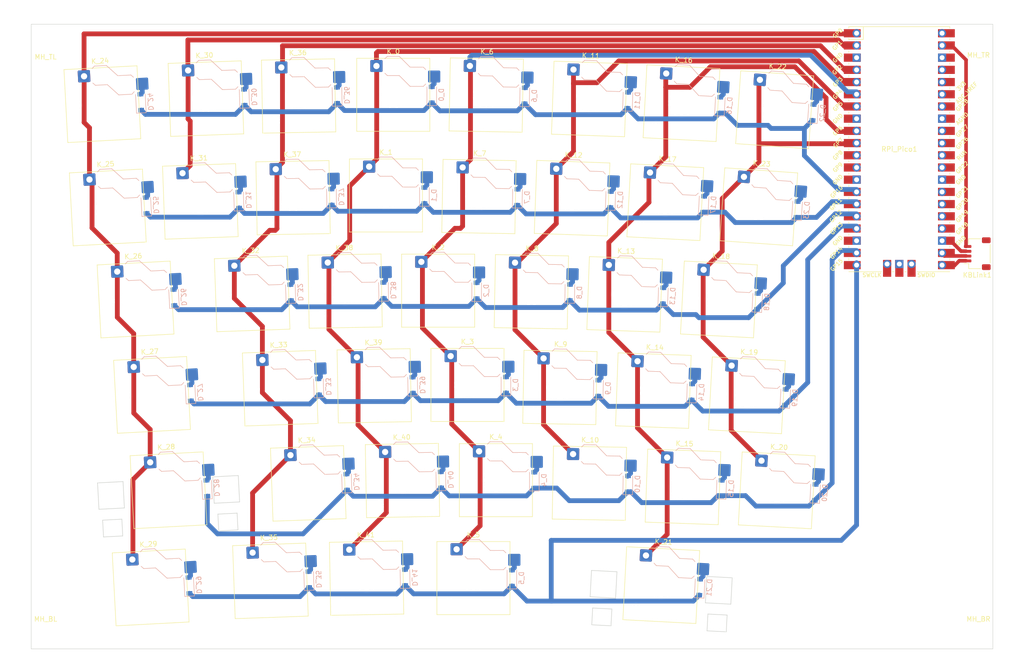
<source format=kicad_pcb>
(kicad_pcb (version 20211014) (generator pcbnew)
  (title_block (comment 4 "PCBWay Project ID: 2c17a2c4-37ac-4ee8-b9fd-fc95d36cf6c5"))
  (layers (0 "F.Cu" signal) (31 "B.Cu" signal) (34 "B.Paste" user) (35 "F.Paste" user) (36 "B.SilkS" user "B.Silkscreen") (37 "F.SilkS" user "F.Silkscreen") (38 "B.Mask" user) (39 "F.Mask" user) (44 "Edge.Cuts" user))
  (net 0 "")
  (net 1 "col0")
  (net 2 "col1")
  (net 3 "col2")
  (net 4 "col3")
  (net 5 "col4")
  (net 6 "col5")
  (net 7 "col6")
  (net 8 "col7")
  (net 9 "row0")
  (net 10 "row1")
  (net 11 "row2")
  (net 12 "row3")
  (net 13 "row4")
  (net 14 "row5")
  (net 15 "Net-(D_24-Pad2)")
  (net 16 "Net-(D_30-Pad2)")
  (net 17 "Net-(D_36-Pad2)")
  (net 18 "Net-(D_0-Pad2)")
  (net 19 "Net-(D_6-Pad2)")
  (net 20 "Net-(D_11-Pad2)")
  (net 21 "Net-(D_16-Pad2)")
  (net 22 "Net-(D_22-Pad2)")
  (net 23 "Net-(D_25-Pad2)")
  (net 24 "Net-(D_31-Pad2)")
  (net 25 "Net-(D_37-Pad2)")
  (net 26 "Net-(D_1-Pad2)")
  (net 27 "Net-(D_7-Pad2)")
  (net 28 "Net-(D_12-Pad2)")
  (net 29 "Net-(D_17-Pad2)")
  (net 30 "Net-(D_23-Pad2)")
  (net 31 "Net-(D_26-Pad2)")
  (net 32 "Net-(D_32-Pad2)")
  (net 33 "Net-(D_38-Pad2)")
  (net 34 "Net-(D_2-Pad2)")
  (net 35 "Net-(D_8-Pad2)")
  (net 36 "Net-(D_13-Pad2)")
  (net 37 "Net-(D_18-Pad2)")
  (net 38 "Net-(D_27-Pad2)")
  (net 39 "Net-(D_33-Pad2)")
  (net 40 "Net-(D_39-Pad2)")
  (net 41 "Net-(D_3-Pad2)")
  (net 42 "Net-(D_9-Pad2)")
  (net 43 "Net-(D_14-Pad2)")
  (net 44 "Net-(D_19-Pad2)")
  (net 45 "Net-(D_28-Pad2)")
  (net 46 "Net-(D_34-Pad2)")
  (net 47 "Net-(D_40-Pad2)")
  (net 48 "Net-(D_4-Pad2)")
  (net 49 "Net-(D_10-Pad2)")
  (net 50 "Net-(D_15-Pad2)")
  (net 51 "Net-(D_20-Pad2)")
  (net 52 "Net-(D_29-Pad2)")
  (net 53 "Net-(D_35-Pad2)")
  (net 54 "Net-(D_41-Pad2)")
  (net 55 "Net-(D_5-Pad2)")
  (net 56 "Net-(D_21-Pad2)")
  (net 79 "Net-(KBLink1-Pad4)")
  (net 82 "Net-(KBLink1-Pad3)")
  (net 83 "Net-(KBLink1-Pad2)")
  (net 84 "Net-(KBLink1-Pad1)")
  (footprint "Switch_Keyboard_Hotswap_Kailh:SW_Hotswap_Kailh_Choc_V1V2_1.00u" (layer "F.Cu") (at 29.808796 31.631586 3)
    (fp_text reference "K_24")
    (fp_text value "KEYSW")
  )
  (footprint "Switch_Keyboard_Hotswap_Kailh:SW_Hotswap_Kailh_Choc_V1V2_1.00u" (layer "F.Cu") (at 92.214984 109.956481 1)
    (fp_text reference "K_40")
    (fp_text value "KEYSW")
  )
  (footprint "MountingHole:MountingHole_2.2mm_M2" (layer "F.Cu") (at 18 18)
    (fp_text reference "MH_TL")
    (fp_text value "MountingHole_2.2mm_M2")
  )
  (footprint "MCU_RaspberryPi_and_Boards:RPi_Pico_SMD_TH" (layer "F.Cu") (at 195.545 41)
    (fp_text reference "RPi_Pico1")
    (fp_text value "Pico")
  )
  (footprint "Switch_Keyboard_Hotswap_Kailh:SW_Hotswap_Kailh_Choc_V1V2_1.00u" (layer "F.Cu") (at 131.088418 110.51483 -1)
    (fp_text reference "K_10")
    (fp_text value "KEYSW")
  )
  (footprint "Switch_Keyboard_Hotswap_Kailh:SW_Hotswap_Kailh_Choc_V1V2_1.00u" (layer "F.Cu") (at 131.071257 30.546708 -2)
    (fp_text reference "K_11")
    (fp_text value "KEYSW")
  )
  (footprint "Switch_Keyboard_Hotswap_Kailh:SW_Hotswap_Kailh_Choc_V1V2_1.00u" (layer "F.Cu") (at 50.18226 51.866671 2)
    (fp_text reference "K_31")
    (fp_text value "KEYSW")
  )
  (footprint "Switch_Keyboard_Hotswap_Kailh:SW_Hotswap_Kailh_Choc_V1V2_2.75u" (layer "F.Cu") (at 146.039411 131.730519 -3)
    (fp_text reference "K_21")
    (fp_text value "KEYSW")
  )
  (footprint "Switch_Keyboard_Hotswap_Kailh:SW_Hotswap_Kailh_Choc_V1V2_1.00u" (layer "F.Cu") (at 88.7825 50.636)
    (fp_text reference "K_1")
    (fp_text value "KEYSW")
  )
  (footprint "Switch_Keyboard_Hotswap_Kailh:SW_Hotswap_Kailh_Choc_V1V2_1.00u" (layer "F.Cu") (at 166.302045 52.99231 -4)
    (fp_text reference "K_23")
    (fp_text value "KEYSW")
  )
  (footprint "Switch_Keyboard_Hotswap_Kailh:SW_Hotswap_Kailh_Choc_V1V2_1.00u" (layer "F.Cu") (at 146.87769 52.036173 -3)
    (fp_text reference "K_17")
    (fp_text value "KEYSW")
  )
  (footprint "Switch_Keyboard_Hotswap_Kailh:SW_Hotswap_Kailh_Choc_V1V2_1.00u" (layer "F.Cu") (at 80.285662 70.534672 1)
    (fp_text reference "K_38")
    (fp_text value "KEYSW")
  )
  (footprint "Switch_Keyboard_Hotswap_Kailh:SW_Hotswap_Kailh_Choc_V1V2_1.00u" (layer "F.Cu") (at 86.345558 90.243914 1)
    (fp_text reference "K_39")
    (fp_text value "KEYSW")
  )
  (footprint "Switch_Keyboard_Hotswap_Kailh:SW_Hotswap_Kailh_Choc_V1V2_1.00u" (layer "F.Cu") (at 163.847763 92.222392 -3)
    (fp_text reference "K_19")
    (fp_text value "KEYSW")
  )
  (footprint "Switch_Keyboard_Hotswap_Kailh:SW_Hotswap_Kailh_Choc_V1V2_1.00u" (layer "F.Cu") (at 64.758429 130.844581 2)
    (fp_text reference "K_35")
    (fp_text value "KEYSW")
  )
  (footprint "Switch_Keyboard_Hotswap_Kailh:SW_Hotswap_Kailh_Choc_V1V2_1.00u" (layer "F.Cu") (at 109.634916 29.737111 -1)
    (fp_text reference "K_6")
    (fp_text value "KEYSW")
  )
  (footprint "Switch_Keyboard_Hotswap_Kailh:SW_Hotswap_Kailh_Choc_V1V2_1.50u" (layer "F.Cu") (at 36.708319 72.283706 3)
    (fp_text reference "K_26")
    (fp_text value "KEYSW")
  )
  (footprint "Switch_Keyboard_Hotswap_Kailh:SW_Hotswap_Kailh_Choc_V1V2_1.00u" (layer "F.Cu") (at 108.12305 50.859443 -1)
    (fp_text reference "K_7")
    (fp_text value "KEYSW")
  )
  (footprint "Switch_Keyboard_Hotswap_Kailh:SW_Hotswap_Kailh_Choc_V1V2_1.00u" (layer "F.Cu") (at 72.62763 110.55509 2)
    (fp_text reference "K_34")
    (fp_text value "KEYSW")
  )
  (footprint "Kailh_Choc:Stab-PG1350-2u.kicad_mod" (layer "F.Cu") (at 43.557992 111.984631 3)
    (fp_text reference "ST_28")
    (fp_text value "Choc" hide)
    (fp_line (start -9.35 3.2) (end -9.35 -2.3) (layer "Edge.Cuts") (width 0.12))
    (fp_line (start 14 9) (end 14 5.5) (layer "Edge.Cuts") (width 0.12))
    (fp_line (start -10 9) (end -14 9) (layer "Edge.Cuts") (width 0.12))
    (fp_line (start 14.65 -2.3) (end 9.35 -2.3) (layer "Edge.Cuts") (width 0.12))
    (fp_line (start 9.35 -2.3) (end 9.35 3.2) (layer "Edge.Cuts") (width 0.12))
    (fp_line (start 14.65 3.2) (end 14.65 -2.3) (layer "Edge.Cuts") (width 0.12))
    (fp_line (start -9.35 3.2) (end -14.65 3.2) (layer "Edge.Cuts") (width 0.12))
    (fp_line (start -10 5.5) (end -14 5.5) (layer "Edge.Cuts") (width 0.12))
    (fp_line (start -14.65 -2.3) (end -14.65 3.2) (layer "Edge.Cuts") (width 0.12))
    (fp_line (start 10 5.5) (end 10 9) (layer "Edge.Cuts") (width 0.12))
    (fp_line (start 14.65 3.2) (end 9.35 3.2) (layer "Edge.Cuts") (width 0.12))
    (fp_line (start 14 5.5) (end 10 5.5) (layer "Edge.Cuts") (width 0.12))
    (fp_line (start -10 9) (end -10 5.5) (layer "Edge.Cuts") (width 0.12))
    (fp_line (start 14 9) (end 10 9) (layer "Edge.Cuts") (width 0.12))
    (fp_line (start -14 5.5) (end -14 9) (layer "Edge.Cuts") (width 0.12))
    (fp_line (start -9.35 -2.3) (end -14.65 -2.3) (layer "Edge.Cuts") (width 0.12))
  )
  (footprint "MountingHole:MountingHole_2.2mm_M2" (layer "F.Cu") (at 212 142)
    (fp_text reference "MH_BR")
    (fp_text value "MountingHole_2.2mm_M2")
  )
  (footprint "Switch_Keyboard_Hotswap_Kailh:SW_Hotswap_Kailh_Choc_V1V2_1.00u" (layer "F.Cu") (at 119.018396 70.674111 -1)
    (fp_text reference "K_8")
    (fp_text value "KEYSW")
  )
  (footprint "Switch_Keyboard_Hotswap_Kailh:SW_Hotswap_Kailh_Choc_V1V2_1.00u" (layer "F.Cu") (at 84.75809 130.282718 1)
    (fp_text reference "K_41")
    (fp_text value "KEYSW")
  )
  (footprint "Switch_Keyboard_Hotswap_Kailh:SW_Hotswap_Kailh_Choc_V1V2_1.00u" (layer "F.Cu") (at 66.789186 90.744281 2)
    (fp_text reference "K_33")
    (fp_text value "KEYSW")
  )
  (footprint "Switch_Keyboard_Hotswap_Kailh:SW_Hotswap_Kailh_Choc_V1V2_2.00u" (layer "F.Cu") (at 43.557992 111.984631 3)
    (fp_text reference "K_28")
    (fp_text value "KEYSW")
  )
  (footprint "Switch_Keyboard_Hotswap_Kailh:SW_Hotswap_Kailh_Choc_V1V2_1.00u" (layer "F.Cu") (at 69.467315 51.099018 1)
    (fp_text reference "K_37")
    (fp_text value "KEYSW")
  )
  (footprint "Switch_Keyboard_Hotswap_Kailh:SW_Hotswap_Kailh_Choc_V1V2_1.00u" (layer "F.Cu") (at 111.6425 109.8815)
    (fp_text reference "K_4")
    (fp_text value "KEYSW")
  )
  (footprint "Switch_Keyboard_Hotswap_Kailh:SW_Hotswap_Kailh_Choc_V1V2_1.00u" (layer "F.Cu") (at 90.3065 29.681)
    (fp_text reference "K_0")
    (fp_text value "KEYSW")
  )
  (footprint "Switch_Keyboard_Hotswap_Kailh:SW_Hotswap_Kailh_Choc_V1V2_1.50u" (layer "F.Cu") (at 39.848869 132.208968 3)
    (fp_text reference "K_29")
    (fp_text value "KEYSW")
  )
  (footprint "Switch_Keyboard_Hotswap_Kailh:SW_Hotswap_Kailh_Choc_V1V2_1.00u" (layer "F.Cu") (at 51.341484 30.477184 2)
    (fp_text reference "K_30")
    (fp_text value "KEYSW")
  )
  (footprint "Switch_Keyboard_Hotswap_Kailh:SW_Hotswap_Kailh_Choc_V1V2_1.25u" (layer "F.Cu") (at 106.97525 130.265)
    (fp_text reference "K_5")
    (fp_text value "KEYSW")
  )
  (footprint "Switch_Keyboard_Hotswap_Kailh:SW_Hotswap_Kailh_Choc_V1V2_1.00u" (layer "F.Cu") (at 60.95739 71.123855 2)
    (fp_text reference "K_32")
    (fp_text value "KEYSW")
  )
  (footprint "Switch_Keyboard_Hotswap_Kailh:SW_Hotswap_Kailh_Choc_V1V2_1.00u" (layer "F.Cu") (at 150.553871 111.285827 -2)
    (fp_text reference "K_15")
    (fp_text value "KEYSW")
  )
  (footprint "Switch_Keyboard_Hotswap_Kailh:SW_Hotswap_Kailh_Choc_V1V2_1.75u" (layer "F.Cu") (at 40.133156 92.134169 3)
    (fp_text reference "K_27")
    (fp_text value "KEYSW")
  )
  (footprint "Switch_Keyboard_Hotswap_Kailh:SW_Hotswap_Kailh_Choc_V1V2_1.00u" (layer "F.Cu") (at 169.624285 32.791349 -4)
    (fp_text reference "K_22")
    (fp_text value "KEYSW")
  )
  (footprint "Switch_Keyboard_Hotswap_Kailh:SW_Hotswap_Kailh_Choc_V1V2_1.00u" (layer "F.Cu") (at 70.622043 29.93014 1)
    (fp_text reference "K_36")
    (fp_text value "KEYSW")
  )
  (footprint "Kailh_Choc:Stab-PG1350-2u.kicad_mod" (layer "F.Cu") (at 146.039411 131.730519 -3)
    (fp_text reference "ST_21")
    (fp_text value "Choc" hide)
    (fp_line (start -10 9) (end -10 5.5) (layer "Edge.Cuts") (width 0.12))
    (fp_line (start 14 9) (end 10 9) (layer "Edge.Cuts") (width 0.12))
    (fp_line (start -9.35 3.2) (end -14.65 3.2) (layer "Edge.Cuts") (width 0.12))
    (fp_line (start -9.35 3.2) (end -9.35 -2.3) (layer "Edge.Cuts") (width 0.12))
    (fp_line (start 14 5.5) (end 10 5.5) (layer "Edge.Cuts") (width 0.12))
    (fp_line (start 9.35 -2.3) (end 9.35 3.2) (layer "Edge.Cuts") (width 0.12))
    (fp_line (start 10 5.5) (end 10 9) (layer "Edge.Cuts") (width 0.12))
    (fp_line (start -10 9) (end -14 9) (layer "Edge.Cuts") (width 0.12))
    (fp_line (start 14.65 3.2) (end 9.35 3.2) (layer "Edge.Cuts") (width 0.12))
    (fp_line (start 14 9) (end 14 5.5) (layer "Edge.Cuts") (width 0.12))
    (fp_line (start 14.65 3.2) (end 14.65 -2.3) (layer "Edge.Cuts") (width 0.12))
    (fp_line (start -10 5.5) (end -14 5.5) (layer "Edge.Cuts") (width 0.12))
    (fp_line (start 14.65 -2.3) (end 9.35 -2.3) (layer "Edge.Cuts") (width 0.12))
    (fp_line (start -14.65 -2.3) (end -14.65 3.2) (layer "Edge.Cuts") (width 0.12))
    (fp_line (start -14 5.5) (end -14 9) (layer "Edge.Cuts") (width 0.12))
    (fp_line (start -9.35 -2.3) (end -14.65 -2.3) (layer "Edge.Cuts") (width 0.12))
  )
  (footprint "Switch_Keyboard_Hotswap_Kailh:SW_Hotswap_Kailh_Choc_V1V2_1.00u" (layer "F.Cu") (at 158.026071 72.268862 -3)
    (fp_text reference "K_18")
    (fp_text value "KEYSW")
  )
  (footprint "Switch_Keyboard_Hotswap_Kailh:SW_Hotswap_Kailh_Choc_V1V2_1.00u" (layer "F.Cu") (at 99.641 70.448)
    (fp_text reference "K_2")
    (fp_text value "KEYSW")
  )
  (footprint "MountingHole:MountingHole_2.2mm_M2" (layer "F.Cu") (at 212 18)
    (fp_text reference "MH_TR")
    (fp_text value "MountingHole_2.2mm_M2")
  )
  (footprint "Switch_Keyboard_Hotswap_Kailh:SW_Hotswap_Kailh_Choc_V1V2_1.00u" (layer "F.Cu") (at 170.059902 112.005622 -3)
    (fp_text reference "K_20")
    (fp_text value "KEYSW")
  )
  (footprint "Switch_Keyboard_Hotswap_Kailh:SW_Hotswap_Kailh_Choc_V1V2_1.00u" (layer "F.Cu") (at 30.935406 53.128586 3)
    (fp_text reference "K_25")
    (fp_text value "KEYSW")
  )
  (footprint "Switch_Keyboard_Hotswap_Kailh:SW_Hotswap_Kailh_Choc_V1V2_1.00u" (layer "F.Cu") (at 105.737 90.0695)
    (fp_text reference "K_3")
    (fp_text value "KEYSW")
  )
  (footprint "Switch_Keyboard_Hotswap_Kailh:SW_Hotswap_Kailh_Choc_V1V2_1.00u" (layer "F.Cu") (at 124.958171 90.592808 -1)
    (fp_text reference "K_9")
    (fp_text value "KEYSW")
  )
  (footprint "Switch_Keyboard_Hotswap_Kailh:SW_Hotswap_Kailh_Choc_V1V2_1.00u" (layer "F.Cu") (at 138.419468 71.213932 -2)
    (fp_text reference "K_13")
    (fp_text value "KEYSW")
  )
  (footprint "Switch_Keyboard_Hotswap_Kailh:SW_Hotswap_Kailh_Choc_V1V2_1.00u" (layer "F.Cu") (at 144.391477 91.246555 -2)
    (fp_text reference "K_14")
    (fp_text value "KEYSW")
  )
  (footprint "Connector_JST:JST_SH_SM04B-SRSS-TB_1x04-1MP_P1.00mm_Horizontal" (layer "F.Cu") (at 211.75 62.75 90)
    (fp_text reference "KBLink1")
    (fp_text value "Conn_01x04_Male")
  )
  (footprint "MountingHole:MountingHole_2.2mm_M2" (layer "F.Cu") (at 18 142)
    (fp_text reference "MH_BL")
    (fp_text value "MountingHole_2.2mm_M2")
  )
  (footprint "Switch_Keyboard_Hotswap_Kailh:SW_Hotswap_Kailh_Choc_V1V2_1.00u" (layer "F.Cu") (at 150.247287 31.41977 -3)
    (fp_text reference "K_16")
    (fp_text value "KEYSW")
  )
  (footprint "Switch_Keyboard_Hotswap_Kailh:SW_Hotswap_Kailh_Choc_V1V2_1.00u" (layer "F.Cu") (at 127.490827 51.198835 -2)
    (fp_text reference "K_12")
    (fp_text value "KEYSW")
  )
  (footprint "Diode_SMD:D_SOD-123" (layer "B.Cu") (at 107.641 70.448 90)
    (fp_text reference "D_2")
    (fp_text value "D")
  )
  (footprint "Diode_SMD:D_SOD-123" (layer "B.Cu") (at 152.386604 91.525751 88)
    (fp_text reference "D_14")
    (fp_text value "D")
  )
  (footprint "Diode_SMD:D_SOD-123" (layer "B.Cu") (at 139.066384 30.825904 88)
    (fp_text reference "D_11")
    (fp_text value "D")
  )
  (footprint "Diode_SMD:D_SOD-123" (layer "B.Cu") (at 51.547029 111.565943 93)
    (fp_text reference "D_28")
    (fp_text value "D")
  )
  (footprint "Diode_SMD:D_SOD-123" (layer "B.Cu") (at 146.414594 71.493128 88)
    (fp_text reference "D_13")
    (fp_text value "D")
  )
  (footprint "Diode_SMD:D_SOD-123" (layer "B.Cu") (at 77.466097 50.959399 91)
    (fp_text reference "D_37")
    (fp_text value "D")
  )
  (footprint "Diode_SMD:D_SOD-123" (layer "B.Cu") (at 44.697356 71.865019 93)
    (fp_text reference "D_26")
    (fp_text value "D")
  )
  (footprint "Diode_SMD:D_SOD-123" (layer "B.Cu") (at 119.6425 109.8815 90)
    (fp_text reference "D_4")
    (fp_text value "D")
  )
  (footprint "Diode_SMD:D_SOD-123" (layer "B.Cu") (at 38.924443 52.709898 93)
    (fp_text reference "D_25")
    (fp_text value "D")
  )
  (footprint "Diode_SMD:D_SOD-123" (layer "B.Cu") (at 37.797833 31.212899 93)
    (fp_text reference "D_24")
    (fp_text value "D")
  )
  (footprint "Diode_SMD:D_SOD-123" (layer "B.Cu") (at 166.015108 72.68755 87)
    (fp_text reference "D_18")
    (fp_text value "D")
  )
  (footprint "Diode_SMD:D_SOD-123" (layer "B.Cu") (at 177.604798 33.349401 86)
    (fp_text reference "D_22")
    (fp_text value "D")
  )
  (footprint "Diode_SMD:D_SOD-123" (layer "B.Cu") (at 158.548997 111.565023 88)
    (fp_text reference "D_15")
    (fp_text value "D")
  )
  (footprint "Diode_SMD:D_SOD-123" (layer "B.Cu") (at 58.177387 51.587475 92)
    (fp_text reference "D_31")
    (fp_text value "D")
  )
  (footprint "Diode_SMD:D_SOD-123" (layer "B.Cu") (at 139.087199 110.654449 89)
    (fp_text reference "D_10")
    (fp_text value "D")
  )
  (footprint "Diode_SMD:D_SOD-123" (layer "B.Cu") (at 94.34434 90.104295 91)
    (fp_text reference "D_39")
    (fp_text value "D")
  )
  (footprint "Diode_SMD:D_SOD-123" (layer "B.Cu") (at 178.048938 112.42431 87)
    (fp_text reference "D_20")
    (fp_text value "D")
  )
  (footprint "Diode_SMD:D_SOD-123" (layer "B.Cu") (at 135.485954 51.478031 88)
    (fp_text reference "D_12")
    (fp_text value "D")
  )
  (footprint "Diode_SMD:D_SOD-123" (layer "B.Cu") (at 92.756872 130.143098 91)
    (fp_text reference "D_41")
    (fp_text value "D")
  )
  (footprint "Diode_SMD:D_SOD-123" (layer "B.Cu") (at 80.622756 110.275894 92)
    (fp_text reference "D_34")
    (fp_text value "D")
  )
  (footprint "Diode_SMD:D_SOD-123" (layer "B.Cu") (at 113.737 90.0695 90)
    (fp_text reference "D_3")
    (fp_text value "D")
  )
  (footprint "Diode_SMD:D_SOD-123" (layer "B.Cu") (at 127.017177 70.813731 89)
    (fp_text reference "D_8")
    (fp_text value "D")
  )
  (footprint "Diode_SMD:D_SOD-123" (layer "B.Cu") (at 154.866726 52.454861 87)
    (fp_text reference "D_17")
    (fp_text value "D")
  )
  (footprint "Diode_SMD:D_SOD-123" (layer "B.Cu") (at 88.284443 70.395053 91)
    (fp_text reference "D_38")
    (fp_text value "D")
  )
  (footprint "Diode_SMD:D_SOD-123" (layer "B.Cu") (at 154.028448 132.149207 87)
    (fp_text reference "D_21")
    (fp_text value "D")
  )
  (footprint "Diode_SMD:D_SOD-123" (layer "B.Cu") (at 132.956953 90.732428 89)
    (fp_text reference "D_9")
    (fp_text value "D")
  )
  (footprint "Diode_SMD:D_SOD-123" (layer "B.Cu") (at 74.784313 90.465085 92)
    (fp_text reference "D_33")
    (fp_text value "D")
  )
  (footprint "Diode_SMD:D_SOD-123" (layer "B.Cu") (at 158.236323 31.838458 87)
    (fp_text reference "D_16")
    (fp_text value "D")
  )
  (footprint "Diode_SMD:D_SOD-123" (layer "B.Cu") (at 116.121832 50.999063 89)
    (fp_text reference "D_7")
    (fp_text value "D")
  )
  (footprint "Diode_SMD:D_SOD-123" (layer "B.Cu") (at 78.620825 29.790521 91)
    (fp_text reference "D_36")
    (fp_text value "D")
  )
  (footprint "Diode_SMD:D_SOD-123" (layer "B.Cu") (at 48.122192 91.715481 93)
    (fp_text reference "D_27")
    (fp_text value "D")
  )
  (footprint "Diode_SMD:D_SOD-123" (layer "B.Cu") (at 59.336611 30.197988 92)
    (fp_text reference "D_30")
    (fp_text value "D")
  )
  (footprint "Diode_SMD:D_SOD-123" (layer "B.Cu") (at 96.7825 50.636 90)
    (fp_text reference "D_1")
    (fp_text value "D")
  )
  (footprint "Diode_SMD:D_SOD-123" (layer "B.Cu") (at 68.952517 70.844659 92)
    (fp_text reference "D_32")
    (fp_text value "D")
  )
  (footprint "Diode_SMD:D_SOD-123" (layer "B.Cu") (at 72.753556 130.565385 92)
    (fp_text reference "D_35")
    (fp_text value "D")
  )
  (footprint "Diode_SMD:D_SOD-123" (layer "B.Cu") (at 174.282557 53.550362 86)
    (fp_text reference "D_23")
    (fp_text value "D")
  )
  (footprint "Diode_SMD:D_SOD-123" (layer "B.Cu") (at 98.3065 29.681 90)
    (fp_text reference "D_0")
    (fp_text value "D")
  )
  (footprint "Diode_SMD:D_SOD-123" (layer "B.Cu") (at 171.836799 92.641079 87)
    (fp_text reference "D_19")
    (fp_text value "D")
  )
  (footprint "Diode_SMD:D_SOD-123" (layer "B.Cu") (at 117.633697 29.87673 89)
    (fp_text reference "D_6")
    (fp_text value "D")
  )
  (footprint "Diode_SMD:D_SOD-123" (layer "B.Cu") (at 47.837906 131.790281 93)
    (fp_text reference "D_29")
    (fp_text value "D")
  )
  (footprint "Diode_SMD:D_SOD-123" (layer "B.Cu") (at 100.213766 109.816862 91)
    (fp_text reference "D_40")
    (fp_text value "D")
  )
  (footprint "Diode_SMD:D_SOD-123" (layer "B.Cu") (at 114.97525 130.265 90)
    (fp_text reference "D_5")
    (fp_text value "D")
  )
  (gr_rect (start 215 15) (end 15 145) (layer "Edge.Cuts") (width 0.1) (fill none))
  (segment (start 36.16 109.764803) (end 36.16 126.280017) (width 1) (layer "F.Cu") (net 1))
  (segment (start 36.16 126.280017) (end 36.03965 126.400367) (width 1) (layer "F.Cu") (net 1))
  (segment (start 39.748773 99.328773) (end 39.748773 106.17603) (width 1) (layer "F.Cu") (net 1))
  (segment (start 36.323937 86.325568) (end 36.340215 86.341846) (width 1) (layer "F.Cu") (net 1))
  (segment (start 26 25.822562) (end 25.999577 25.822985) (width 1) (layer "F.Cu") (net 1))
  (segment (start 25.999577 25.822985) (end 26.015855 25.839263) (width 1) (layer "F.Cu") (net 1))
  (segment (start 32.915378 66.491383) (end 32.915378 75.985378) (width 1) (layer "F.Cu") (net 1))
  (segment (start 36.340215 86.341846) (end 36.340215 95.920215) (width 1) (layer "F.Cu") (net 1))
  (segment (start 39.748773 106.17603) (end 36.16 109.764803) (width 1) (layer "F.Cu") (net 1))
  (segment (start 186.655 17) (end 26 17) (width 1) (layer "F.Cu") (net 1))
  (segment (start 27.660885 47.854683) (end 27.660885 57.395885) (width 1) (layer "F.Cu") (net 1))
  (segment (start 36.323937 79.393937) (end 36.323937 86.325568) (width 1) (layer "F.Cu") (net 1))
  (segment (start 32.915378 75.985378) (end 36.323937 79.393937) (width 1) (layer "F.Cu") (net 1))
  (segment (start 27.660885 57.395885) (end 32.8991 62.6341) (width 1) (layer "F.Cu") (net 1))
  (segment (start 26.015855 25.839263) (end 26.015855 35.430855) (width 1) (layer "F.Cu") (net 1))
  (segment (start 32.8991 62.6341) (end 32.8991 66.475105) (width 1) (layer "F.Cu") (net 1))
  (segment (start 26.015855 35.430855) (end 27.126187 36.541187) (width 1) (layer "F.Cu") (net 1))
  (segment (start 27.126187 47.319985) (end 27.660885 47.854683) (width 1) (layer "F.Cu") (net 1))
  (segment (start 26 17) (end 26 25.822562) (width 1) (layer "F.Cu") (net 1))
  (segment (start 27.126187 36.541187) (end 27.126187 47.319985) (width 1) (layer "F.Cu") (net 1))
  (segment (start 32.8991 66.475105) (end 32.915378 66.491383) (width 1) (layer "F.Cu") (net 1))
  (segment (start 36.340215 95.920215) (end 39.748773 99.328773) (width 1) (layer "F.Cu") (net 1))
  (segment (start 47.634219 34.717146) (end 48.073783 35.15671) (width 1) (layer "F.Cu") (net 2))
  (segment (start 48.073783 44.393686) (end 46.474995 45.992474) (width 1) (layer "F.Cu") (net 2))
  (segment (start 182.845 18.27) (end 47.59 18.27) (width 1) (layer "F.Cu") (net 2))
  (segment (start 47.634219 24.602987) (end 47.634219 34.717146) (width 1) (layer "F.Cu") (net 2))
  (segment (start 47.59 24.558768) (end 47.634219 24.602987) (width 1) (layer "F.Cu") (net 2))
  (segment (start 186.655 19.54) (end 184.115 19.54) (width 1) (layer "F.Cu") (net 2))
  (segment (start 184.115 19.54) (end 182.845 18.27) (width 1) (layer "F.Cu") (net 2))
  (segment (start 47.59 18.27) (end 47.59 24.558768) (width 1) (layer "F.Cu") (net 2))
  (segment (start 48.073783 35.15671) (end 48.073783 44.393686) (width 1) (layer "F.Cu") (net 2))
  (segment (start 65.759983 57.885017) (end 66.107477 57.537523) (width 1) (layer "F.Cu") (net 3))
  (segment (start 68.920365 104.680893) (end 68.920365 97.506333) (width 1) (layer "F.Cu") (net 3))
  (segment (start 61.051164 112.550094) (end 68.920365 104.680893) (width 1) (layer "F.Cu") (net 3))
  (segment (start 179.145498 19.46952) (end 67.275 19.46952) (width 1) (layer "F.Cu") (net 3))
  (segment (start 67.275 23.734999) (end 67.017862 23.992137) (width 1) (layer "F.Cu") (net 3))
  (segment (start 186.655 24.62) (end 184.295978 24.62) (width 1) (layer "F.Cu") (net 3))
  (segment (start 67.275 19.46952) (end 67.275 23.734999) (width 1) (layer "F.Cu") (net 3))
  (segment (start 64.614766 57.885017) (end 65.759983 57.885017) (width 1) (layer "F.Cu") (net 3))
  (segment (start 184.295978 24.62) (end 179.145498 19.46952) (width 1) (layer "F.Cu") (net 3))
  (segment (start 67.262205 43.761944) (end 67.262205 24.23648) (width 1) (layer "F.Cu") (net 3))
  (segment (start 63.081921 84.870084) (end 63.081921 77.879259) (width 1) (layer "F.Cu") (net 3))
  (segment (start 68.920365 97.506333) (end 63.081921 91.667889) (width 1) (layer "F.Cu") (net 3))
  (segment (start 66.107477 45.405358) (end 65.863134 45.161015) (width 1) (layer "F.Cu") (net 3))
  (segment (start 61.051164 124.970384) (end 61.051164 112.550094) (width 1) (layer "F.Cu") (net 3))
  (segment (start 57.250125 65.249658) (end 64.614766 57.885017) (width 1) (layer "F.Cu") (net 3))
  (segment (start 63.081921 77.879259) (end 57.250125 72.047463) (width 1) (layer "F.Cu") (net 3))
  (segment (start 67.262205 24.23648) (end 67.017862 23.992137) (width 1) (layer "F.Cu") (net 3))
  (segment (start 63.081921 91.667889) (end 63.081921 84.870084) (width 1) (layer "F.Cu") (net 3))
  (segment (start 66.107477 57.537523) (end 66.107477 45.405358) (width 1) (layer "F.Cu") (net 3))
  (segment (start 57.250125 72.047463) (end 57.250125 65.249658) (width 1) (layer "F.Cu") (net 3))
  (segment (start 65.863134 45.161015) (end 67.262205 43.761944) (width 1) (layer "F.Cu") (net 3))
  (segment (start 76.681481 64.596669) (end 76.925824 64.841012) (width 1) (layer "F.Cu") (net 4))
  (segment (start 86.8065 20.9635) (end 86.8065 23.681) (width 1) (layer "F.Cu") (net 4))
  (segment (start 82.98572 84.550254) (end 82.98572 98.393395) (width 1) (layer "F.Cu") (net 4))
  (segment (start 177.805018 20.66904) (end 87.10096 20.66904) (width 1) (layer "F.Cu") (net 4))
  (segment (start 76.925824 78.490358) (end 82.741377 84.305911) (width 1) (layer "F.Cu") (net 4))
  (segment (start 87.10096 20.66904) (end 86.8065 20.9635) (width 1) (layer "F.Cu") (net 4))
  (segment (start 86.856021 43.062479) (end 85.2825 44.636) (width 1) (layer "F.Cu") (net 4))
  (segment (start 76.925824 64.841012) (end 76.925824 78.490358) (width 1) (layer "F.Cu") (net 4))
  (segment (start 85.2825 44.636) (end 81.245 48.6735) (width 1) (layer "F.Cu") (net 4))
  (segment (start 81.245 48.6735) (end 81.245 60.03315) (width 1) (layer "F.Cu") (net 4))
  (segment (start 88.855146 116.643478) (end 81.153909 124.344715) (width 1) (layer "F.Cu") (net 4))
  (segment (start 88.855146 104.262821) (end 88.855146 116.643478) (width 1) (layer "F.Cu") (net 4))
  (segment (start 184.295978 27.16) (end 177.805018 20.66904) (width 1) (layer "F.Cu") (net 4))
  (segment (start 86.856021 23.730521) (end 86.856021 43.062479) (width 1) (layer "F.Cu") (net 4))
  (segment (start 82.741377 84.305911) (end 82.98572 84.550254) (width 1) (layer "F.Cu") (net 4))
  (segment (start 86.8065 23.681) (end 86.856021 23.730521) (width 1) (layer "F.Cu") (net 4))
  (segment (start 88.610803 104.018478) (end 88.855146 104.262821) (width 1) (layer "F.Cu") (net 4))
  (segment (start 186.655 27.16) (end 184.295978 27.16) (width 1) (layer "F.Cu") (net 4))
  (segment (start 82.98572 98.393395) (end 88.610803 104.018478) (width 1) (layer "F.Cu") (net 4))
  (segment (start 81.245 60.03315) (end 76.681481 64.596669) (width 1) (layer "F.Cu") (net 4))
  (segment (start 103.47525 124.265) (end 108.367979 119.372271) (width 1) (layer "F.Cu") (net 5))
  (segment (start 108.367979 104.106979) (end 108.1425 103.8815) (width 1) (layer "F.Cu") (net 5))
  (segment (start 102.462479 98.201479) (end 102.462479 84.294979) (width 1) (layer "F.Cu") (net 5))
  (segment (start 103.118082 57.470918) (end 104.274082 57.470918) (width 1) (layer "F.Cu") (net 5))
  (segment (start 104.728298 44.799273) (end 106.360395 43.167176) (width 1) (layer "F.Cu") (net 5))
  (segment (start 104.728298 57.016702) (end 104.728298 44.799273) (width 1) (layer "F.Cu") (net 5))
  (segment (start 108.1425 103.8815) (end 102.462479 98.201479) (width 1) (layer "F.Cu") (net 5))
  (segment (start 96.366479 64.673479) (end 96.141 64.448) (width 1) (layer "F.Cu") (net 5))
  (segment (start 106.360395 23.797172) (end 106.240164 23.676941) (width 1) (layer "F.Cu") (net 5))
  (segment (start 106.360395 43.167176) (end 106.360395 23.797172) (width 1) (layer "F.Cu") (net 5))
  (segment (start 96.141 64.448) (end 103.118082 57.470918) (width 1) (layer "F.Cu") (net 5))
  (segment (start 96.366479 78.198979) (end 96.366479 64.673479) (width 1) (layer "F.Cu") (net 5))
  (segment (start 104.274082 57.470918) (end 104.728298 57.016702) (width 1) (layer "F.Cu") (net 5))
  (segment (start 108.367979 119.372271) (end 108.367979 104.106979) (width 1) (layer "F.Cu") (net 5))
  (segment (start 102.462479 84.294979) (end 102.237 84.0695) (width 1) (layer "F.Cu") (net 5))
  (segment (start 102.237 84.0695) (end 96.366479 78.198979) (width 1) (layer "F.Cu") (net 5))
  (segment (start 106.240164 23.676941) (end 106.240164 21.849836) (width 1) (layer "B.Cu") (net 5))
  (segment (start 106.645 21.445) (end 177.116427 21.445) (width 1) (layer "B.Cu") (net 5))
  (segment (start 106.240164 21.849836) (end 106.645 21.445) (width 1) (layer "B.Cu") (net 5))
  (segment (start 184.736427 29.065) (end 186.655 29.065) (width 1) (layer "B.Cu") (net 5))
  (segment (start 177.116427 21.445) (end 184.736427 29.065) (width 1) (layer "B.Cu") (net 5))
  (segment (start 115.623644 78.592863) (end 121.563419 84.532638) (width 1) (layer "F.Cu") (net 6))
  (segment (start 121.563419 98.324413) (end 127.693666 104.45466) (width 1) (layer "F.Cu") (net 6))
  (segment (start 127.965572 27.16) (end 132.68 27.16) (width 1) (layer "F.Cu") (net 6))
  (segment (start 184.25596 32.24) (end 174.66048 22.64452) (width 1) (layer "F.Cu") (net 6))
  (segment (start 132.68 27.16) (end 137.19548 22.64452) (width 1) (layer "F.Cu") (net 6))
  (segment (start 137.19548 22.64452) (end 174.66048 22.64452) (width 1) (layer "F.Cu") (net 6))
  (segment (start 121.563419 84.532638) (end 121.563419 98.324413) (width 1) (layer "F.Cu") (net 6))
  (segment (start 124.202356 56.474339) (end 116.062754 64.613941) (width 1) (layer "F.Cu") (net 6))
  (segment (start 127.782786 27.342786) (end 127.965572 27.16) (width 1) (layer "F.Cu") (net 6))
  (segment (start 127.782786 24.428215) (end 127.782786 27.342786) (width 1) (layer "F.Cu") (net 6))
  (segment (start 127.782786 41.499912) (end 124.202356 45.080342) (width 1) (layer "F.Cu") (net 6))
  (segment (start 186.655 32.24) (end 184.25596 32.24) (width 1) (layer "F.Cu") (net 6))
  (segment (start 124.202356 45.080342) (end 124.202356 56.474339) (width 1) (layer "F.Cu") (net 6))
  (segment (start 127.782786 27.342786) (end 127.782786 41.499912) (width 1) (layer "F.Cu") (net 6))
  (segment (start 115.623644 64.613941) (end 115.623644 78.592863) (width 1) (layer "F.Cu") (net 6))
  (segment (start 116.062754 64.613941) (end 115.623644 64.613941) (width 1) (layer "F.Cu") (net 6))
  (segment (start 147.066099 25.244817) (end 146.972766 25.33815) (width 1) (layer "F.Cu") (net 7))
  (segment (start 180.305 30.335) (end 173.81404 23.84404) (width 1) (layer "F.Cu") (net 7))
  (segment (start 146.972766 28.117766) (end 146.972766 42.584956) (width 1) (layer "F.Cu") (net 7))
  (segment (start 142.858223 125.555566) (end 147.2654 121.148389) (width 1) (layer "F.Cu") (net 7))
  (segment (start 182.845 37.32) (end 180.305 34.78) (width 1) (layer "F.Cu") (net 7))
  (segment (start 146.972766 42.584956) (end 143.696502 45.86122) (width 1) (layer "F.Cu") (net 7))
  (segment (start 135.130997 65.095439) (end 135.130997 60.406043) (width 1) (layer "F.Cu") (net 7))
  (segment (start 156.265269 23.84404) (end 151.991543 28.117766) (width 1) (layer "F.Cu") (net 7))
  (segment (start 141.103006 99.00494) (end 141.103006 85.128062) (width 1) (layer "F.Cu") (net 7))
  (segment (start 180.305 34.78) (end 180.305 30.335) (width 1) (layer "F.Cu") (net 7))
  (segment (start 186.655 37.32) (end 182.845 37.32) (width 1) (layer "F.Cu") (net 7))
  (segment (start 135.130997 79.156053) (end 135.130997 65.095439) (width 1) (layer "F.Cu") (net 7))
  (segment (start 151.991543 28.117766) (end 146.972766 28.117766) (width 1) (layer "F.Cu") (net 7))
  (segment (start 173.81404 23.84404) (end 156.265269 23.84404) (width 1) (layer "F.Cu") (net 7))
  (segment (start 141.103006 85.128062) (end 135.130997 79.156053) (width 1) (layer "F.Cu") (net 7))
  (segment (start 147.2654 121.148389) (end 147.2654 105.167334) (width 1) (layer "F.Cu") (net 7))
  (segment (start 147.2654 105.167334) (end 141.103006 99.00494) (width 1) (layer "F.Cu") (net 7))
  (segment (start 143.475 52.06204) (end 143.475 46.082722) (width 1) (layer "F.Cu") (net 7))
  (segment (start 143.475 46.082722) (end 143.696502 45.86122) (width 1) (layer "F.Cu") (net 7))
  (segment (start 135.130997 60.406043) (end 143.475 52.06204) (width 1) (layer "F.Cu") (net 7))
  (segment (start 146.972766 25.33815) (end 146.972766 28.117766) (width 1) (layer "F.Cu") (net 7))
  (segment (start 163.22911 46.762778) (end 158.715 51.276888) (width 1) (layer "F.Cu") (net 8))
  (segment (start 158.715 62.223792) (end 154.844883 66.093909) (width 1) (layer "F.Cu") (net 8))
  (segment (start 154.75155 80.132414) (end 160.666575 86.047439) (width 1) (layer "F.Cu") (net 8))
  (segment (start 160.666575 86.047439) (end 160.573242 86.140772) (width 1) (layer "F.Cu") (net 8))
  (segment (start 186.655 39.86) (end 166.364528 39.86) (width 1) (layer "F.Cu") (net 8))
  (segment (start 166.349764 26.763403) (end 166.349764 39.845236) (width 1) (layer "F.Cu") (net 8))
  (segment (start 158.715 51.276888) (end 158.715 62.223792) (width 1) (layer "F.Cu") (net 8))
  (segment (start 154.844883 66.093909) (end 154.75155 66.187242) (width 1) (layer "F.Cu") (net 8))
  (segment (start 166.349764 43.642124) (end 163.22911 46.762778) (width 1) (layer "F.Cu") (net 8))
  (segment (start 154.75155 66.187242) (end 154.75155 80.132414) (width 1) (layer "F.Cu") (net 8))
  (segment (start 160.573242 99.525197) (end 166.878714 105.830669) (width 1) (layer "F.Cu") (net 8))
  (segment (start 166.55135 26.561817) (end 166.349764 26.763403) (width 1) (layer "F.Cu") (net 8))
  (segment (start 166.349764 39.845236) (end 166.364528 39.86) (width 1) (layer "F.Cu") (net 8))
  (segment (start 160.573242 86.140772) (end 160.573242 99.525197) (width 1) (layer "F.Cu") (net 8))
  (segment (start 166.349764 39.874764) (end 166.349764 43.642124) (width 1) (layer "F.Cu") (net 8))
  (segment (start 80.164872 32.955521) (end 96.681979 32.955521) (width 1) (layer "B.Cu") (net 9))
  (segment (start 141.228192 34.694291) (end 156.941875 34.694291) (width 1) (layer "B.Cu") (net 9))
  (segment (start 78.649621 31.44027) (end 80.164872 32.955521) (width 1) (layer "B.Cu") (net 9))
  (segment (start 116.119748 33.011632) (end 117.604901 31.526479) (width 1) (layer "B.Cu") (net 9))
  (segment (start 175.800082 36.685) (end 177.4897 34.995382) (width 1) (layer "B.Cu") (net 9))
  (segment (start 161.9095 36.0305) (end 168.232563 36.0305) (width 1) (layer "B.Cu") (net 9))
  (segment (start 168.887063 36.685) (end 175.800082 36.685) (width 1) (layer "B.Cu") (net 9))
  (segment (start 60.751873 33.204661) (end 76.88523 33.204661) (width 1) (layer "B.Cu") (net 9))
  (segment (start 168.232563 36.0305) (end 168.887063 36.685) (width 1) (layer "B.Cu") (net 9))
  (segment (start 186.655 49.385) (end 182.845 49.385) (width 1) (layer "B.Cu") (net 9))
  (segment (start 156.941875 34.694291) (end 158.149969 33.486197) (width 1) (layer "B.Cu") (net 9))
  (segment (start 119.899651 33.821229) (end 137.66247 33.821229) (width 1) (layer "B.Cu") (net 9))
  (segment (start 57.489473 33.751705) (end 59.394195 31.846983) (width 1) (layer "B.Cu") (net 9))
  (segment (start 76.88523 33.204661) (end 78.649621 31.44027) (width 1) (layer "B.Cu") (net 9))
  (segment (start 175.800082 42.340082) (end 175.800082 36.685) (width 1) (layer "B.Cu") (net 9))
  (segment (start 59.394195 31.846983) (end 60.751873 33.204661) (width 1) (layer "B.Cu") (net 9))
  (segment (start 96.681979 32.955521) (end 98.3065 31.331) (width 1) (layer "B.Cu") (net 9))
  (segment (start 159.326197 33.486197) (end 161.89 36.05) (width 1) (layer "B.Cu") (net 9))
  (segment (start 38.775254 33.751705) (end 57.489473 33.751705) (width 1) (layer "B.Cu") (net 9))
  (segment (start 158.149969 33.486197) (end 159.326197 33.486197) (width 1) (layer "B.Cu") (net 9))
  (segment (start 182.845 49.385) (end 175.800082 42.340082) (width 1) (layer "B.Cu") (net 9))
  (segment (start 137.66247 33.821229) (end 139.0088 32.474899) (width 1) (layer "B.Cu") (net 9))
  (segment (start 98.3065 31.331) (end 99.987132 33.011632) (width 1) (layer "B.Cu") (net 9))
  (segment (start 161.89 36.05) (end 161.9095 36.0305) (width 1) (layer "B.Cu") (net 9))
  (segment (start 139.0088 32.474899) (end 141.228192 34.694291) (width 1) (layer "B.Cu") (net 9))
  (segment (start 37.884187 32.860638) (end 38.775254 33.751705) (width 1) (layer "B.Cu") (net 9))
  (segment (start 99.987132 33.011632) (end 116.119748 33.011632) (width 1) (layer "B.Cu") (net 9))
  (segment (start 117.604901 31.526479) (end 119.899651 33.821229) (width 1) (layer "B.Cu") (net 9))
  (segment (start 39.794352 55.141192) (end 39.010797 54.357637) (width 1) (layer "B.Cu") (net 10))
  (segment (start 134.08204 54.473356) (end 117.91758 54.473356) (width 1) (layer "B.Cu") (net 10))
  (segment (start 137.612038 55.310694) (end 135.42837 53.127026) (width 1) (layer "B.Cu") (net 10))
  (segment (start 153.572278 55.310694) (end 137.612038 55.310694) (width 1) (layer "B.Cu") (net 10))
  (segment (start 59.37204 54.373539) (end 58.234971 53.23647) (width 1) (layer "B.Cu") (net 10))
  (segment (start 178.303657 55.196343) (end 174.167459 55.196343) (width 1) (layer "B.Cu") (net 10))
  (segment (start 181.575 51.925) (end 178.303657 55.196343) (width 1) (layer "B.Cu") (net 10))
  (segment (start 77.494893 52.609148) (end 75.730502 54.373539) (width 1) (layer "B.Cu") (net 10))
  (segment (start 174.167459 55.196343) (end 173.096971 56.266831) (width 1) (layer "B.Cu") (net 10))
  (segment (start 78.796266 53.910521) (end 77.494893 52.609148) (width 1) (layer "B.Cu") (net 10))
  (segment (start 116.093036 52.648812) (end 114.607884 54.133964) (width 1) (layer "B.Cu") (net 10))
  (segment (start 75.730502 54.373539) (end 59.37204 54.373539) (width 1) (layer "B.Cu") (net 10))
  (segment (start 159.264678 54.1026) (end 154.780372 54.1026) (width 1) (layer "B.Cu") (net 10))
  (segment (start 186.655 51.925) (end 181.575 51.925) (width 1) (layer "B.Cu") (net 10))
  (segment (start 161.428909 56.266831) (end 159.264678 54.1026) (width 1) (layer "B.Cu") (net 10))
  (segment (start 114.607884 54.133964) (end 98.630464 54.133964) (width 1) (layer "B.Cu") (net 10))
  (segment (start 173.096971 56.266831) (end 161.428909 56.266831) (width 1) (layer "B.Cu") (net 10))
  (segment (start 117.91758 54.473356) (end 116.093036 52.648812) (width 1) (layer "B.Cu") (net 10))
  (segment (start 56.330249 55.141192) (end 39.794352 55.141192) (width 1) (layer "B.Cu") (net 10))
  (segment (start 95.157979 53.910521) (end 78.796266 53.910521) (width 1) (layer "B.Cu") (net 10))
  (segment (start 135.42837 53.127026) (end 134.08204 54.473356) (width 1) (layer "B.Cu") (net 10))
  (segment (start 58.234971 53.23647) (end 56.330249 55.141192) (width 1) (layer "B.Cu") (net 10))
  (segment (start 154.780372 54.1026) (end 153.572278 55.310694) (width 1) (layer "B.Cu") (net 10))
  (segment (start 98.630464 54.133964) (end 96.7825 52.286) (width 1) (layer "B.Cu") (net 10))
  (segment (start 96.7825 52.286) (end 95.157979 53.910521) (width 1) (layer "B.Cu") (net 10))
  (segment (start 129.013354 74.488453) (end 145.01068 74.488453) (width 1) (layer "B.Cu") (net 11))
  (segment (start 69.010101 72.493654) (end 70.32564 73.809193) (width 1) (layer "B.Cu") (net 11))
  (segment (start 146.35701 73.142123) (end 146.35701 73.22201) (width 1) (layer "B.Cu") (net 11))
  (segment (start 171.415 65.26) (end 171.415 68.849043) (width 1) (layer "B.Cu") (net 11))
  (segment (start 153.859624 76.055) (end 164.209043 76.055) (width 1) (layer "B.Cu") (net 11))
  (segment (start 106.016479 73.722521) (end 107.641 72.098) (width 1) (layer "B.Cu") (net 11))
  (segment (start 86.548848 73.809193) (end 88.313239 72.044802) (width 1) (layer "B.Cu") (net 11))
  (segment (start 146.35701 73.22201) (end 148.555 75.42) (width 1) (layer "B.Cu") (net 11))
  (segment (start 107.641 72.098) (end 109.491632 73.948632) (width 1) (layer "B.Cu") (net 11))
  (segment (start 171.415 68.849043) (end 165.928754 74.335289) (width 1) (layer "B.Cu") (net 11))
  (segment (start 70.32564 73.809193) (end 86.548848 73.809193) (width 1) (layer "B.Cu") (net 11))
  (segment (start 45.669328 74.398376) (end 67.105379 74.398376) (width 1) (layer "B.Cu") (net 11))
  (segment (start 182.21 54.465) (end 171.415 65.26) (width 1) (layer "B.Cu") (net 11))
  (segment (start 88.313239 72.044802) (end 89.990958 73.722521) (width 1) (layer "B.Cu") (net 11))
  (segment (start 67.105379 74.398376) (end 69.010101 72.493654) (width 1) (layer "B.Cu") (net 11))
  (segment (start 125.503229 73.948632) (end 126.988381 72.46348) (width 1) (layer "B.Cu") (net 11))
  (segment (start 153.224624 75.42) (end 153.859624 76.055) (width 1) (layer "B.Cu") (net 11))
  (segment (start 44.78371 73.512758) (end 45.669328 74.398376) (width 1) (layer "B.Cu") (net 11))
  (segment (start 89.990958 73.722521) (end 106.016479 73.722521) (width 1) (layer "B.Cu") (net 11))
  (segment (start 126.988381 72.46348) (end 129.013354 74.488453) (width 1) (layer "B.Cu") (net 11))
  (segment (start 109.491632 73.948632) (end 125.503229 73.948632) (width 1) (layer "B.Cu") (net 11))
  (segment (start 186.655 54.465) (end 182.21 54.465) (width 1) (layer "B.Cu") (net 11))
  (segment (start 148.555 75.42) (end 153.224624 75.42) (width 1) (layer "B.Cu") (net 11))
  (segment (start 145.01068 74.488453) (end 146.35701 73.142123) (width 1) (layer "B.Cu") (net 11))
  (segment (start 164.209043 76.055) (end 165.928754 74.335289) (width 1) (layer "B.Cu") (net 11))
  (segment (start 74.841897 92.11408) (end 76.246252 93.518435) (width 1) (layer "B.Cu") (net 12))
  (segment (start 154.27 95.105) (end 154.661913 95.496913) (width 1) (layer "B.Cu") (net 12))
  (segment (start 154.661913 95.496913) (end 170.54235 95.496913) (width 1) (layer "B.Cu") (net 12))
  (segment (start 72.937175 94.018802) (end 74.841897 92.11408) (width 1) (layer "B.Cu") (net 12))
  (segment (start 115.884829 93.867329) (end 131.443005 93.867329) (width 1) (layer "B.Cu") (net 12))
  (segment (start 170.54235 95.496913) (end 171.750445 94.288818) (width 1) (layer "B.Cu") (net 12))
  (segment (start 48.864128 94.018802) (end 72.937175 94.018802) (width 1) (layer "B.Cu") (net 12))
  (segment (start 186.655 57.005) (end 183.48 57.005) (width 1) (layer "B.Cu") (net 12))
  (segment (start 48.208546 93.36322) (end 48.864128 94.018802) (width 1) (layer "B.Cu") (net 12))
  (segment (start 176.495 89.544263) (end 171.750445 94.288818) (width 1) (layer "B.Cu") (net 12))
  (segment (start 152.32902 93.174746) (end 154.259274 95.105) (width 1) (layer "B.Cu") (net 12))
  (segment (start 131.443005 93.867329) (end 132.928157 92.382177) (width 1) (layer "B.Cu") (net 12))
  (segment (start 95.963113 93.344021) (end 112.112479 93.344021) (width 1) (layer "B.Cu") (net 12))
  (segment (start 94.373136 91.754044) (end 95.963113 93.344021) (width 1) (layer "B.Cu") (net 12))
  (segment (start 183.48 57.005) (end 176.495 63.99) (width 1) (layer "B.Cu") (net 12))
  (segment (start 150.98269 94.521076) (end 152.32902 93.174746) (width 1) (layer "B.Cu") (net 12))
  (segment (start 154.259274 95.105) (end 154.27 95.105) (width 1) (layer "B.Cu") (net 12))
  (segment (start 135.067056 94.521076) (end 150.98269 94.521076) (width 1) (layer "B.Cu") (net 12))
  (segment (start 176.495 63.99) (end 176.495 89.544263) (width 1) (layer "B.Cu") (net 12))
  (segment (start 112.112479 93.344021) (end 113.737 91.7195) (width 1) (layer "B.Cu") (net 12))
  (segment (start 76.246252 93.518435) (end 92.608745 93.518435) (width 1) (layer "B.Cu") (net 12))
  (segment (start 132.928157 92.382177) (end 135.067056 94.521076) (width 1) (layer "B.Cu") (net 12))
  (segment (start 113.737 91.7195) (end 115.884829 93.867329) (width 1) (layer "B.Cu") (net 12))
  (segment (start 92.608745 93.518435) (end 94.373136 91.754044) (width 1) (layer "B.Cu") (net 12))
  (segment (start 157.852491 113.112509) (end 163.558688 113.112509) (width 1) (layer "B.Cu") (net 13))
  (segment (start 181.575 63.99) (end 181.575 110.459633) (width 1) (layer "B.Cu") (net 13))
  (segment (start 124.298427 111.5315) (end 126.921927 114.155) (width 1) (layer "B.Cu") (net 13))
  (segment (start 139.058403 112.304198) (end 139.719198 112.304198) (width 1) (layer "B.Cu") (net 13))
  (segment (start 139.719198 112.304198) (end 141.975348 114.560348) (width 1) (layer "B.Cu") (net 13))
  (segment (start 80.68034 111.924889) (end 81.986453 113.231002) (width 1) (layer "B.Cu") (net 13))
  (segment (start 98.478171 113.231002) (end 100.242562 111.466611) (width 1) (layer "B.Cu") (net 13))
  (segment (start 156.404652 114.560348) (end 157.852491 113.112509) (width 1) (layer "B.Cu") (net 13))
  (segment (start 183.48 62.085) (end 181.575 63.99) (width 1) (layer "B.Cu") (net 13))
  (segment (start 101.931972 113.156021) (end 118.017979 113.156021) (width 1) (layer "B.Cu") (net 13))
  (segment (start 165.726322 115.280143) (end 176.75449 115.280143) (width 1) (layer "B.Cu") (net 13))
  (segment (start 163.558688 113.112509) (end 165.726322 115.280143) (width 1) (layer "B.Cu") (net 13))
  (segment (start 71.544597 121.060632) (end 80.68034 111.924889) (width 1) (layer "B.Cu") (net 13))
  (segment (start 51.633383 118.932075) (end 53.76194 121.060632) (width 1) (layer "B.Cu") (net 13))
  (segment (start 53.76194 121.060632) (end 71.544597 121.060632) (width 1) (layer "B.Cu") (net 13))
  (segment (start 176.75449 115.280143) (end 177.962584 114.072049) (width 1) (layer "B.Cu") (net 13))
  (segment (start 181.575 110.459633) (end 177.962584 114.072049) (width 1) (layer "B.Cu") (net 13))
  (segment (start 51.633383 113.213682) (end 51.633383 118.932075) (width 1) (layer "B.Cu") (net 13))
  (segment (start 119.6425 111.5315) (end 124.298427 111.5315) (width 1) (layer "B.Cu") (net 13))
  (segment (start 126.921927 114.155) (end 137.207601 114.155) (width 1) (layer "B.Cu") (net 13))
  (segment (start 118.017979 113.156021) (end 119.6425 111.5315) (width 1) (layer "B.Cu") (net 13))
  (segment (start 100.242562 111.466611) (end 101.931972 113.156021) (width 1) (layer "B.Cu") (net 13))
  (segment (start 141.975348 114.560348) (end 156.404652 114.560348) (width 1) (layer "B.Cu") (net 13))
  (segment (start 81.986453 113.231002) (end 98.478171 113.231002) (width 1) (layer "B.Cu") (net 13))
  (segment (start 186.655 62.085) (end 183.48 62.085) (width 1) (layer "B.Cu") (net 13))
  (segment (start 137.207601 114.155) (end 139.058403 112.304198) (width 1) (layer "B.Cu") (net 13))
  (segment (start 74.153999 133.557239) (end 91.021276 133.557239) (width 1) (layer "B.Cu") (net 14))
  (segment (start 70.906418 134.119102) (end 72.81114 132.21438) (width 1) (layer "B.Cu") (net 14))
  (segment (start 113.350729 133.539521) (end 114.97525 131.915) (width 1) (layer "B.Cu") (net 14))
  (segment (start 123.155 134.986974) (end 123.216513 135.048487) (width 1) (layer "B.Cu") (net 14))
  (segment (start 186.655 119.235) (end 183.48 122.41) (width 1) (layer "B.Cu") (net 14))
  (segment (start 91.021276 133.557239) (end 92.785668 131.792847) (width 1) (layer "B.Cu") (net 14))
  (segment (start 48.605342 134.119102) (end 70.906418 134.119102) (width 1) (layer "B.Cu") (net 14))
  (segment (start 183.48 122.41) (end 123.155 122.41) (width 1) (layer "B.Cu") (net 14))
  (segment (start 118.108737 135.048487) (end 123.216513 135.048487) (width 1) (layer "B.Cu") (net 14))
  (segment (start 114.97525 131.915) (end 118.108737 135.048487) (width 1) (layer "B.Cu") (net 14))
  (segment (start 94.532342 133.539521) (end 113.350729 133.539521) (width 1) (layer "B.Cu") (net 14))
  (segment (start 72.81114 132.21438) (end 74.153999 133.557239) (width 1) (layer "B.Cu") (net 14))
  (segment (start 47.92426 133.43802) (end 48.605342 134.119102) (width 1) (layer "B.Cu") (net 14))
  (segment (start 152.690553 135.048487) (end 153.942094 133.796946) (width 1) (layer "B.Cu") (net 14))
  (segment (start 123.216513 135.048487) (end 152.690553 135.048487) (width 1) (layer "B.Cu") (net 14))
  (segment (start 186.655 64.625) (end 186.655 119.235) (width 1) (layer "B.Cu") (net 14))
  (segment (start 123.155 122.41) (end 123.155 134.986974) (width 1) (layer "B.Cu") (net 14))
  (segment (start 92.785668 131.792847) (end 94.532342 133.539521) (width 1) (layer "B.Cu") (net 14))
  (segment (start 38.09827 29.178369) (end 37.711479 29.56516) (width 1) (layer "B.Cu") (net 15))
  (segment (start 38.09827 27.391938) (end 38.09827 29.178369) (width 1) (layer "B.Cu") (net 15))
  (segment (start 59.703688 26.382853) (end 59.703688 28.124332) (width 1) (layer "B.Cu") (net 16))
  (segment (start 59.703688 28.124332) (end 59.279027 28.548993) (width 1) (layer "B.Cu") (net 16))
  (segment (start 79.054429 27.678372) (end 78.592029 28.140772) (width 1) (layer "B.Cu") (net 17))
  (segment (start 79.054429 25.982373) (end 79.054429 27.678372) (width 1) (layer "B.Cu") (net 17))
  (segment (start 98.8065 27.3785) (end 98.3065 27.8785) (width 1) (layer "B.Cu") (net 18))
  (segment (start 98.3065 27.8785) (end 98.3065 28.031) (width 1) (layer "B.Cu") (net 18))
  (segment (start 98.8065 25.881) (end 98.8065 27.3785) (width 1) (layer "B.Cu") (net 18))
  (segment (start 118.199941 27.689533) (end 117.662493 28.226981) (width 1) (layer "B.Cu") (net 19))
  (segment (start 118.199941 26.086035) (end 118.199941 27.689533) (width 1) (layer "B.Cu") (net 19))
  (segment (start 139.698697 28.60218) (end 139.123968 29.176909) (width 1) (layer "B.Cu") (net 20))
  (segment (start 139.698697 27.045669) (end 139.698697 28.60218) (width 1) (layer "B.Cu") (net 20))
  (segment (start 158.934515 29.578881) (end 158.322677 30.190719) (width 1) (layer "B.Cu") (net 21))
  (segment (start 158.934515 28.069833) (end 158.934515 29.578881) (width 1) (layer "B.Cu") (net 21))
  (segment (start 178.368654 31.054662) (end 177.719896 31.70342) (width 1) (layer "B.Cu") (net 22))
  (segment (start 178.368654 29.593536) (end 178.368654 31.054662) (width 1) (layer "B.Cu") (net 22))
  (segment (start 39.22488 48.888938) (end 39.22488 50.675368) (width 1) (layer "B.Cu") (net 23))
  (segment (start 39.22488 50.675368) (end 38.838089 51.062159) (width 1) (layer "B.Cu") (net 23))
  (segment (start 58.544464 49.513819) (end 58.119803 49.93848) (width 1) (layer "B.Cu") (net 24))
  (segment (start 58.544464 47.77234) (end 58.544464 49.513819) (width 1) (layer "B.Cu") (net 24))
  (segment (start 77.899701 47.151251) (end 77.899701 48.84725) (width 1) (layer "B.Cu") (net 25))
  (segment (start 77.899701 48.84725) (end 77.437301 49.30965) (width 1) (layer "B.Cu") (net 25))
  (segment (start 97.2825 48.486) (end 96.7825 48.986) (width 1) (layer "B.Cu") (net 26))
  (segment (start 97.2825 46.836) (end 97.2825 48.486) (width 1) (layer "B.Cu") (net 26))
  (segment (start 116.688075 47.208367) (end 116.688075 48.811867) (width 1) (layer "B.Cu") (net 27))
  (segment (start 116.688075 48.811867) (end 116.150628 49.349314) (width 1) (layer "B.Cu") (net 27))
  (segment (start 136.118267 49.254307) (end 135.543538 49.829036) (width 1) (layer "B.Cu") (net 28))
  (segment (start 136.118267 47.697796) (end 136.118267 49.254307) (width 1) (layer "B.Cu") (net 28))
  (segment (start 155.564918 50.195284) (end 154.95308 50.807122) (width 1) (layer "B.Cu") (net 29))
  (segment (start 155.564918 48.686236) (end 155.564918 50.195284) (width 1) (layer "B.Cu") (net 29))
  (segment (start 175.046414 49.794497) (end 175.046414 51.255622) (width 1) (layer "B.Cu") (net 30))
  (segment (start 175.046414 51.255622) (end 174.397655 51.904381) (width 1) (layer "B.Cu") (net 30))
  (segment (start 44.997793 69.830489) (end 44.611002 70.21728) (width 1) (layer "B.Cu") (net 31))
  (segment (start 44.997793 68.044058) (end 44.997793 69.830489) (width 1) (layer "B.Cu") (net 31))
  (segment (start 69.319594 67.029524) (end 69.319594 68.771003) (width 1) (layer "B.Cu") (net 32))
  (segment (start 69.319594 68.771003) (end 68.894933 69.195664) (width 1) (layer "B.Cu") (net 32))
  (segment (start 88.718048 66.586905) (end 88.718048 68.282903) (width 1) (layer "B.Cu") (net 33))
  (segment (start 88.718048 68.282903) (end 88.255647 68.745304) (width 1) (layer "B.Cu") (net 33))
  (segment (start 108.141 68.298) (end 107.641 68.798) (width 1) (layer "B.Cu") (net 34))
  (segment (start 108.141 66.648) (end 108.141 68.298) (width 1) (layer "B.Cu") (net 34))
  (segment (start 127.583421 67.023035) (end 127.583421 68.626534) (width 1) (layer "B.Cu") (net 35))
  (segment (start 127.583421 68.626534) (end 127.045973 69.163982) (width 1) (layer "B.Cu") (net 35))
  (segment (start 147.046908 69.269403) (end 146.472178 69.844133) (width 1) (layer "B.Cu") (net 36))
  (segment (start 147.046908 67.712893) (end 147.046908 69.269403) (width 1) (layer "B.Cu") (net 36))
  (segment (start 166.713299 70.427974) (end 166.101462 71.039811) (width 1) (layer "B.Cu") (net 37))
  (segment (start 166.713299 68.918925) (end 166.713299 70.427974) (width 1) (layer "B.Cu") (net 37))
  (segment (start 48.42263 87.894521) (end 48.42263 89.68095) (width 1) (layer "B.Cu") (net 38))
  (segment (start 48.42263 89.68095) (end 48.035838 90.067742) (width 1) (layer "B.Cu") (net 38))
  (segment (start 75.15139 86.64995) (end 75.15139 88.391429) (width 1) (layer "B.Cu") (net 39))
  (segment (start 75.15139 88.391429) (end 74.726729 88.81609) (width 1) (layer "B.Cu") (net 39))
  (segment (start 94.777944 87.992146) (end 94.315544 88.454546) (width 1) (layer "B.Cu") (net 40))
  (segment (start 94.777944 86.296147) (end 94.777944 87.992146) (width 1) (layer "B.Cu") (net 40))
  (segment (start 114.237 86.2695) (end 114.237 87.9195) (width 1) (layer "B.Cu") (net 41))
  (segment (start 114.237 87.9195) (end 113.737 88.4195) (width 1) (layer "B.Cu") (net 41))
  (segment (start 133.523196 88.545232) (end 132.985749 89.082679) (width 1) (layer "B.Cu") (net 42))
  (segment (start 133.523196 86.941732) (end 133.523196 88.545232) (width 1) (layer "B.Cu") (net 42))
  (segment (start 153.018917 89.302027) (end 152.444188 89.876756) (width 1) (layer "B.Cu") (net 43))
  (segment (start 153.018917 87.745516) (end 153.018917 89.302027) (width 1) (layer "B.Cu") (net 43))
  (segment (start 172.534991 90.381502) (end 171.923153 90.99334) (width 1) (layer "B.Cu") (net 44))
  (segment (start 172.534991 88.872455) (end 172.534991 90.381502) (width 1) (layer "B.Cu") (net 44))
  (segment (start 51.847466 109.531413) (end 51.460675 109.918204) (width 1) (layer "B.Cu") (net 45))
  (segment (start 51.847466 107.744983) (end 51.847466 109.531413) (width 1) (layer "B.Cu") (net 45))
  (segment (start 80.989834 106.460759) (end 80.989834 108.202237) (width 1) (layer "B.Cu") (net 46))
  (segment (start 80.989834 108.202237) (end 80.565172 108.626899) (width 1) (layer "B.Cu") (net 46))
  (segment (start 100.64737 107.704713) (end 100.18497 108.167113) (width 1) (layer "B.Cu") (net 47))
  (segment (start 100.64737 106.008714) (end 100.64737 107.704713) (width 1) (layer "B.Cu") (net 47))
  (segment (start 120.1425 106.0815) (end 120.1425 107.7315) (width 1) (layer "B.Cu") (net 48))
  (segment (start 120.1425 107.7315) (end 119.6425 108.2315) (width 1) (layer "B.Cu") (net 48))
  (segment (start 139.653443 106.863754) (end 139.653443 108.451557) (width 1) (layer "B.Cu") (net 49))
  (segment (start 139.653443 108.451557) (end 139.03 109.075) (width 1) (layer "B.Cu") (net 49))
  (segment (start 159.181311 107.784788) (end 159.181311 109.341298) (width 1) (layer "B.Cu") (net 50))
  (segment (start 159.181311 109.341298) (end 158.606581 109.916028) (width 1) (layer "B.Cu") (net 50))
  (segment (start 178.74713 110.164733) (end 178.135292 110.776571) (width 1) (layer "B.Cu") (net 51))
  (segment (start 178.74713 108.655685) (end 178.74713 110.164733) (width 1) (layer "B.Cu") (net 51))
  (segment (start 48.138343 129.755751) (end 47.751552 130.142542) (width 1) (layer "B.Cu") (net 52))
  (segment (start 48.138343 127.96932) (end 48.138343 129.755751) (width 1) (layer "B.Cu") (net 52))
  (segment (start 73.120633 128.491729) (end 72.695972 128.91639) (width 1) (layer "B.Cu") (net 53))
  (segment (start 73.120633 126.75025) (end 73.120633 128.491729) (width 1) (layer "B.Cu") (net 53))
  (segment (start 93.190476 126.334951) (end 93.190476 128.030949) (width 1) (layer "B.Cu") (net 54))
  (segment (start 93.190476 128.030949) (end 92.728076 128.493349) (width 1) (layer "B.Cu") (net 54))
  (segment (start 115.47525 128.115) (end 114.97525 128.615) (width 1) (layer "B.Cu") (net 55))
  (segment (start 115.47525 126.465) (end 115.47525 128.115) (width 1) (layer "B.Cu") (net 55))
  (segment (start 154.726639 129.889631) (end 154.114802 130.501468) (width 1) (layer "B.Cu") (net 56))
  (segment (start 154.726639 128.380582) (end 154.726639 129.889631) (width 1) (layer "B.Cu") (net 56))
  (segment (start 209.42 61.22) (end 209.42 22.415978) (width 0.75) (layer "F.Cu") (net 79))
  (segment (start 206.544022 19.54) (end 204.435 19.54) (width 0.75) (layer "F.Cu") (net 79))
  (segment (start 209.42 22.415978) (end 206.544022 19.54) (width 0.75) (layer "F.Cu") (net 79))
  (segment (start 206.34 60.18) (end 204.435 60.18) (width 0.75) (layer "F.Cu") (net 82))
  (segment (start 209.42 62.22) (end 208.38 62.22) (width 0.75) (layer "F.Cu") (net 82))
  (segment (start 208.38 62.22) (end 206.34 60.18) (width 0.75) (layer "F.Cu") (net 82))
  (segment (start 204.935 63.22) (end 204.435 62.72) (width 0.75) (layer "F.Cu") (net 83))
  (segment (start 209.42 63.22) (end 204.935 63.22) (width 0.75) (layer "F.Cu") (net 83))
  (segment (start 209.42 64.22) (end 208.015 64.22) (width 0.75) (layer "F.Cu") (net 84))
  (segment (start 204.435 65.26) (end 206.975 65.26) (width 0.75) (layer "F.Cu") (net 84))
  (segment (start 208.015 64.22) (end 206.975 65.26) (width 0.75) (layer "F.Cu") (net 84))
)
</source>
